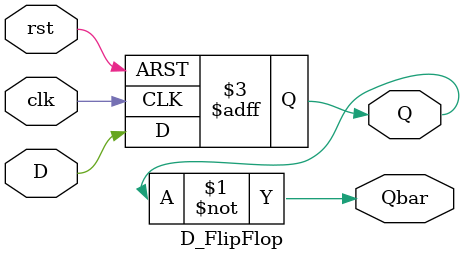
<source format=v>
module D_FlipFlop
(
	input clk,
	input rst,
	input D,
	output reg Q,
	output Qbar
);

assign Qbar = ~Q;	
// Q°ªÀÌ º¯È­ÇÏ°Ô µÇ¸é Qbar°ª¿¡ ¹ÝÀüµÈ Q°ª ÇÒ´ç

always @(posedge clk or posedge rst)
//always @(posedge clk)
begin
	if(rst) Q <= 0;
	else Q <= D;
end

endmodule
</source>
